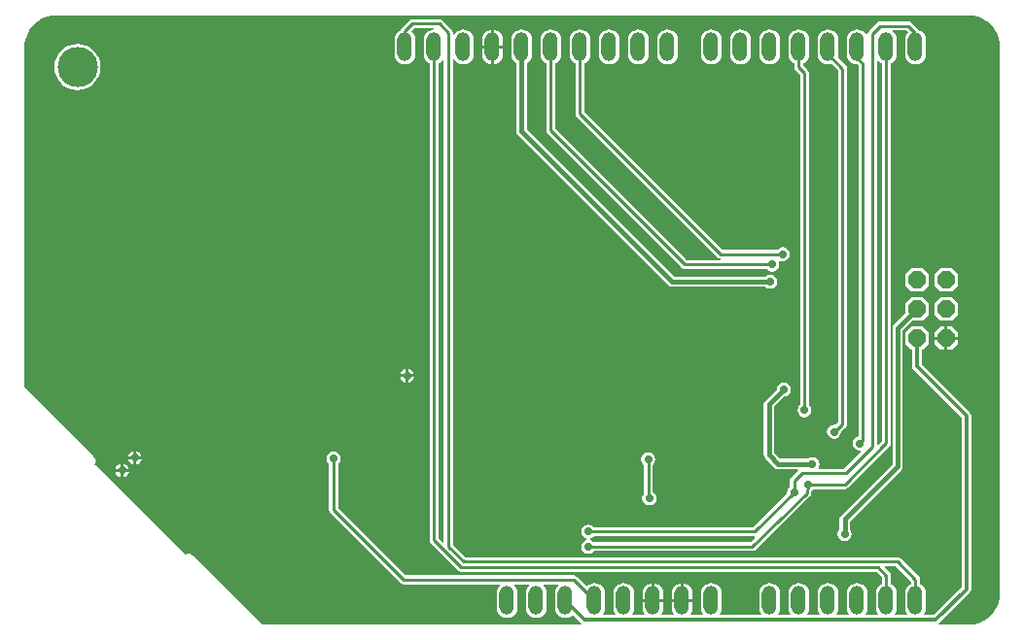
<source format=gbl>
G04 Layer_Physical_Order=2*
G04 Layer_Color=16711680*
%FSLAX24Y24*%
%MOIN*%
G70*
G01*
G75*
%ADD29C,0.0100*%
%ADD30C,0.0150*%
%ADD32C,0.0120*%
%ADD33O,0.0500X0.1000*%
%ADD34P,0.0660X8X292.5*%
%ADD35C,0.1378*%
%ADD36C,0.0276*%
G36*
X14532Y19519D02*
Y2994D01*
X14486Y2974D01*
X14346Y3115D01*
Y19419D01*
X14369Y19429D01*
X14443Y19485D01*
X14482Y19536D01*
X14532Y19519D01*
D02*
G37*
G36*
X30540Y1645D02*
Y1550D01*
X30516Y1540D01*
X30443Y1484D01*
X30387Y1411D01*
X30352Y1326D01*
X30340Y1234D01*
Y734D01*
X30352Y643D01*
X30387Y558D01*
X30407Y532D01*
X30385Y487D01*
X30001D01*
X29979Y532D01*
X29999Y558D01*
X30034Y643D01*
X30046Y734D01*
Y1234D01*
X30034Y1326D01*
X29999Y1411D01*
X29943Y1484D01*
X29869Y1540D01*
X29846Y1550D01*
Y1843D01*
X29834Y1901D01*
X29801Y1951D01*
X29628Y2124D01*
X29647Y2170D01*
X30015D01*
X30540Y1645D01*
D02*
G37*
G36*
X32670Y21055D02*
X32838Y21015D01*
X32998Y20949D01*
X33145Y20859D01*
X33276Y20747D01*
X33388Y20615D01*
X33478Y20468D01*
X33545Y20309D01*
X33585Y20141D01*
X33598Y19973D01*
X33597Y19969D01*
Y1262D01*
X33595Y1252D01*
X33595D01*
X33596Y1251D01*
X33583Y1080D01*
X33543Y912D01*
X33476Y752D01*
X33386Y605D01*
X33274Y474D01*
X33143Y362D01*
X32996Y272D01*
X32836Y205D01*
X32668Y165D01*
X32501Y152D01*
X32496Y153D01*
X31509D01*
X31494Y203D01*
X31503Y209D01*
X32556Y1263D01*
X32592Y1316D01*
X32604Y1378D01*
Y7323D01*
X32592Y7385D01*
X32556Y7438D01*
X30906Y9088D01*
Y9579D01*
X30945D01*
X31148Y9782D01*
Y10187D01*
X30945Y10389D01*
X30540D01*
X30338Y10187D01*
Y9782D01*
X30540Y9579D01*
X30580D01*
Y9021D01*
X30592Y8958D01*
X30628Y8906D01*
X32278Y7255D01*
Y1446D01*
X31320Y487D01*
X31001D01*
X30979Y532D01*
X30999Y558D01*
X31034Y643D01*
X31046Y734D01*
Y1234D01*
X31034Y1326D01*
X30999Y1411D01*
X30943Y1484D01*
X30869Y1540D01*
X30846Y1550D01*
Y1709D01*
X30834Y1767D01*
X30801Y1817D01*
X30187Y2431D01*
X30137Y2464D01*
X30079Y2476D01*
X15267D01*
X14838Y2905D01*
Y19546D01*
X14885Y19557D01*
X14888Y19557D01*
X14943Y19485D01*
X15016Y19429D01*
X15102Y19393D01*
X15193Y19381D01*
X15284Y19393D01*
X15369Y19429D01*
X15443Y19485D01*
X15499Y19558D01*
X15534Y19643D01*
X15546Y19734D01*
Y20234D01*
X15534Y20326D01*
X15499Y20411D01*
X15443Y20484D01*
X15369Y20540D01*
X15284Y20575D01*
X15193Y20587D01*
X15102Y20575D01*
X15016Y20540D01*
X14943Y20484D01*
X14888Y20412D01*
X14885Y20411D01*
X14838Y20423D01*
Y20472D01*
X14826Y20531D01*
X14793Y20581D01*
X14478Y20896D01*
X14429Y20929D01*
X14370Y20940D01*
X13465D01*
X13406Y20929D01*
X13356Y20896D01*
X13085Y20624D01*
X13052Y20574D01*
X13047Y20553D01*
X13016Y20540D01*
X12943Y20484D01*
X12887Y20411D01*
X12852Y20326D01*
X12840Y20234D01*
Y19734D01*
X12852Y19643D01*
X12887Y19558D01*
X12943Y19485D01*
X13016Y19429D01*
X13102Y19393D01*
X13193Y19381D01*
X13284Y19393D01*
X13369Y19429D01*
X13443Y19485D01*
X13499Y19558D01*
X13534Y19643D01*
X13546Y19734D01*
Y20234D01*
X13534Y20326D01*
X13499Y20411D01*
X13443Y20484D01*
X13436Y20489D01*
X13432Y20539D01*
X13528Y20634D01*
X14168D01*
X14172Y20584D01*
X14102Y20575D01*
X14016Y20540D01*
X13943Y20484D01*
X13887Y20411D01*
X13852Y20326D01*
X13840Y20234D01*
Y19734D01*
X13852Y19643D01*
X13887Y19558D01*
X13943Y19485D01*
X14016Y19429D01*
X14040Y19419D01*
Y3051D01*
X14052Y2993D01*
X14085Y2943D01*
X15013Y2015D01*
X15063Y1982D01*
X15121Y1970D01*
X29349D01*
X29540Y1779D01*
Y1550D01*
X29516Y1540D01*
X29443Y1484D01*
X29387Y1411D01*
X29352Y1326D01*
X29340Y1234D01*
Y734D01*
X29352Y643D01*
X29387Y558D01*
X29407Y532D01*
X29385Y487D01*
X29001D01*
X28979Y532D01*
X28999Y558D01*
X29034Y643D01*
X29046Y734D01*
Y1234D01*
X29034Y1326D01*
X28999Y1411D01*
X28943Y1484D01*
X28869Y1540D01*
X28784Y1575D01*
X28693Y1587D01*
X28602Y1575D01*
X28516Y1540D01*
X28443Y1484D01*
X28387Y1411D01*
X28352Y1326D01*
X28340Y1234D01*
Y734D01*
X28352Y643D01*
X28387Y558D01*
X28407Y532D01*
X28385Y487D01*
X28001D01*
X27979Y532D01*
X27999Y558D01*
X28034Y643D01*
X28046Y734D01*
Y1234D01*
X28034Y1326D01*
X27999Y1411D01*
X27943Y1484D01*
X27869Y1540D01*
X27784Y1575D01*
X27693Y1587D01*
X27602Y1575D01*
X27516Y1540D01*
X27443Y1484D01*
X27387Y1411D01*
X27352Y1326D01*
X27340Y1234D01*
Y734D01*
X27352Y643D01*
X27387Y558D01*
X27407Y532D01*
X27385Y487D01*
X27001D01*
X26979Y532D01*
X26999Y558D01*
X27034Y643D01*
X27046Y734D01*
Y1234D01*
X27034Y1326D01*
X26999Y1411D01*
X26943Y1484D01*
X26869Y1540D01*
X26784Y1575D01*
X26693Y1587D01*
X26602Y1575D01*
X26516Y1540D01*
X26443Y1484D01*
X26387Y1411D01*
X26352Y1326D01*
X26340Y1234D01*
Y734D01*
X26352Y643D01*
X26387Y558D01*
X26407Y532D01*
X26385Y487D01*
X26001D01*
X25979Y532D01*
X25999Y558D01*
X26034Y643D01*
X26046Y734D01*
Y1234D01*
X26034Y1326D01*
X25999Y1411D01*
X25943Y1484D01*
X25869Y1540D01*
X25784Y1575D01*
X25693Y1587D01*
X25602Y1575D01*
X25516Y1540D01*
X25443Y1484D01*
X25387Y1411D01*
X25352Y1326D01*
X25340Y1234D01*
Y734D01*
X25352Y643D01*
X25387Y558D01*
X25407Y532D01*
X25385Y487D01*
X24001D01*
X23979Y532D01*
X23999Y558D01*
X24034Y643D01*
X24046Y734D01*
Y1234D01*
X24034Y1326D01*
X23999Y1411D01*
X23943Y1484D01*
X23869Y1540D01*
X23784Y1575D01*
X23693Y1587D01*
X23602Y1575D01*
X23516Y1540D01*
X23443Y1484D01*
X23387Y1411D01*
X23352Y1326D01*
X23340Y1234D01*
Y734D01*
X23352Y643D01*
X23387Y558D01*
X23407Y532D01*
X23385Y487D01*
X23001D01*
X22979Y532D01*
X22999Y558D01*
X23034Y643D01*
X23046Y734D01*
Y934D01*
X22693D01*
X22340D01*
Y734D01*
X22352Y643D01*
X22387Y558D01*
X22407Y532D01*
X22385Y487D01*
X22001D01*
X21979Y532D01*
X21999Y558D01*
X22034Y643D01*
X22046Y734D01*
Y934D01*
X21693D01*
X21340D01*
Y734D01*
X21352Y643D01*
X21387Y558D01*
X21407Y532D01*
X21385Y487D01*
X21001D01*
X20979Y532D01*
X20999Y558D01*
X21034Y643D01*
X21046Y734D01*
Y1234D01*
X21034Y1326D01*
X20999Y1411D01*
X20943Y1484D01*
X20869Y1540D01*
X20784Y1575D01*
X20693Y1587D01*
X20602Y1575D01*
X20516Y1540D01*
X20443Y1484D01*
X20387Y1411D01*
X20352Y1326D01*
X20340Y1234D01*
Y734D01*
X20352Y643D01*
X20387Y558D01*
X20407Y532D01*
X20385Y487D01*
X20001D01*
X19979Y532D01*
X19999Y558D01*
X20034Y643D01*
X20046Y734D01*
Y1234D01*
X20034Y1326D01*
X19999Y1411D01*
X19943Y1484D01*
X19869Y1540D01*
X19784Y1575D01*
X19693Y1587D01*
X19602Y1575D01*
X19516Y1540D01*
X19443Y1484D01*
X19412Y1482D01*
X19092Y1801D01*
X19043Y1834D01*
X18984Y1846D01*
X13213D01*
X10901Y4158D01*
Y5682D01*
X10919Y5695D01*
X10972Y5773D01*
X10990Y5866D01*
X10972Y5959D01*
X10919Y6038D01*
X10841Y6090D01*
X10748Y6109D01*
X10655Y6090D01*
X10577Y6038D01*
X10524Y5959D01*
X10506Y5866D01*
X10524Y5773D01*
X10577Y5695D01*
X10595Y5682D01*
Y4094D01*
X10607Y4036D01*
X10640Y3986D01*
X13041Y1585D01*
X13091Y1552D01*
X13150Y1540D01*
X16439D01*
X16455Y1493D01*
X16443Y1484D01*
X16387Y1411D01*
X16352Y1326D01*
X16340Y1234D01*
Y734D01*
X16352Y643D01*
X16387Y558D01*
X16443Y485D01*
X16516Y429D01*
X16602Y393D01*
X16693Y381D01*
X16784Y393D01*
X16869Y429D01*
X16943Y485D01*
X16999Y558D01*
X17034Y643D01*
X17046Y734D01*
Y1234D01*
X17034Y1326D01*
X16999Y1411D01*
X16943Y1484D01*
X16931Y1493D01*
X16947Y1540D01*
X17439D01*
X17455Y1493D01*
X17443Y1484D01*
X17387Y1411D01*
X17352Y1326D01*
X17340Y1234D01*
Y734D01*
X17352Y643D01*
X17387Y558D01*
X17443Y485D01*
X17516Y429D01*
X17602Y393D01*
X17693Y381D01*
X17784Y393D01*
X17869Y429D01*
X17943Y485D01*
X17999Y558D01*
X18034Y643D01*
X18046Y734D01*
Y1234D01*
X18034Y1326D01*
X17999Y1411D01*
X17943Y1484D01*
X17931Y1493D01*
X17947Y1540D01*
X18439D01*
X18455Y1493D01*
X18443Y1484D01*
X18387Y1411D01*
X18352Y1326D01*
X18340Y1234D01*
Y734D01*
X18352Y643D01*
X18387Y558D01*
X18443Y485D01*
X18516Y429D01*
X18602Y393D01*
X18693Y381D01*
X18784Y393D01*
X18869Y429D01*
X18943Y485D01*
X18961Y486D01*
X19238Y209D01*
X19246Y203D01*
X19231Y153D01*
X8330D01*
X5895Y2550D01*
X5870Y2566D01*
X5846Y2582D01*
X5845Y2582D01*
X5845Y2583D01*
X5816Y2588D01*
X5787Y2594D01*
X5787Y2594D01*
X5786Y2594D01*
X5758Y2588D01*
X5729Y2582D01*
X5728Y2582D01*
X5728Y2582D01*
X5704Y2565D01*
X5679Y2549D01*
X2555Y5673D01*
X2571Y5698D01*
X2588Y5722D01*
X2588Y5722D01*
X2588Y5723D01*
X2594Y5752D01*
X2600Y5780D01*
X2600Y5781D01*
X2600Y5781D01*
X2594Y5810D01*
X2589Y5839D01*
X2588Y5839D01*
X2588Y5840D01*
X2572Y5864D01*
X2556Y5889D01*
X153Y8330D01*
Y19969D01*
X152Y19973D01*
X165Y20141D01*
X205Y20309D01*
X272Y20468D01*
X362Y20615D01*
X474Y20747D01*
X605Y20859D01*
X752Y20949D01*
X912Y21015D01*
X1080Y21055D01*
X1247Y21068D01*
X1252Y21068D01*
X32498D01*
X32503Y21068D01*
X32670Y21055D01*
D02*
G37*
%LPC*%
G36*
X3987Y6113D02*
Y5930D01*
X4170D01*
X4161Y5973D01*
X4108Y6052D01*
X4030Y6104D01*
X3987Y6113D01*
D02*
G37*
G36*
X3887D02*
X3844Y6104D01*
X3766Y6052D01*
X3713Y5973D01*
X3704Y5930D01*
X3887D01*
Y6113D01*
D02*
G37*
G36*
Y5830D02*
X3704D01*
X3713Y5787D01*
X3766Y5709D01*
X3844Y5656D01*
X3887Y5648D01*
Y5830D01*
D02*
G37*
G36*
X4170D02*
X3987D01*
Y5648D01*
X4030Y5656D01*
X4108Y5709D01*
X4161Y5787D01*
X4170Y5830D01*
D02*
G37*
G36*
X27693Y20587D02*
X27602Y20575D01*
X27516Y20540D01*
X27443Y20484D01*
X27387Y20411D01*
X27352Y20326D01*
X27340Y20234D01*
Y19734D01*
X27352Y19643D01*
X27387Y19558D01*
X27443Y19485D01*
X27516Y19429D01*
X27602Y19393D01*
X27693Y19381D01*
X27784Y19393D01*
X27818Y19407D01*
X28043Y19182D01*
Y7098D01*
X27945Y7013D01*
X27907Y7021D01*
X27814Y7002D01*
X27735Y6950D01*
X27683Y6871D01*
X27664Y6778D01*
X27683Y6685D01*
X27735Y6607D01*
X27814Y6554D01*
X27907Y6536D01*
X28000Y6554D01*
X28078Y6607D01*
X28131Y6685D01*
X28149Y6778D01*
X28148Y6785D01*
X28296Y6912D01*
X28299Y6916D01*
X28304Y6920D01*
X28317Y6940D01*
X28332Y6959D01*
X28334Y6965D01*
X28337Y6969D01*
X28342Y6993D01*
X28348Y7017D01*
X28347Y7022D01*
X28349Y7028D01*
Y19245D01*
X28337Y19304D01*
X28304Y19353D01*
X28028Y19629D01*
X28034Y19643D01*
X28046Y19734D01*
Y20234D01*
X28034Y20326D01*
X27999Y20411D01*
X27943Y20484D01*
X27869Y20540D01*
X27784Y20575D01*
X27693Y20587D01*
D02*
G37*
G36*
X13500Y8651D02*
X13318D01*
Y8468D01*
X13361Y8477D01*
X13439Y8529D01*
X13492Y8608D01*
X13500Y8651D01*
D02*
G37*
G36*
X13218Y8933D02*
X13175Y8925D01*
X13096Y8872D01*
X13044Y8794D01*
X13035Y8751D01*
X13218D01*
Y8933D01*
D02*
G37*
G36*
X26693Y20587D02*
X26602Y20575D01*
X26516Y20540D01*
X26443Y20484D01*
X26387Y20411D01*
X26352Y20326D01*
X26340Y20234D01*
Y19734D01*
X26352Y19643D01*
X26387Y19558D01*
X26443Y19485D01*
X26516Y19429D01*
X26540Y19419D01*
Y19291D01*
X26552Y19233D01*
X26585Y19183D01*
X26737Y19031D01*
Y7703D01*
X26718Y7691D01*
X26666Y7612D01*
X26647Y7520D01*
X26666Y7427D01*
X26718Y7348D01*
X26797Y7296D01*
X26890Y7277D01*
X26983Y7296D01*
X27061Y7348D01*
X27114Y7427D01*
X27132Y7520D01*
X27114Y7612D01*
X27061Y7691D01*
X27043Y7703D01*
Y19094D01*
X27031Y19153D01*
X26998Y19203D01*
X26846Y19355D01*
Y19419D01*
X26869Y19429D01*
X26943Y19485D01*
X26999Y19558D01*
X27034Y19643D01*
X27046Y19734D01*
Y20234D01*
X27034Y20326D01*
X26999Y20411D01*
X26943Y20484D01*
X26869Y20540D01*
X26784Y20575D01*
X26693Y20587D01*
D02*
G37*
G36*
X13218Y8651D02*
X13035D01*
X13044Y8608D01*
X13096Y8529D01*
X13175Y8477D01*
X13218Y8468D01*
Y8651D01*
D02*
G37*
G36*
X3554Y5680D02*
Y5497D01*
X3736D01*
X3728Y5540D01*
X3675Y5619D01*
X3597Y5671D01*
X3554Y5680D01*
D02*
G37*
G36*
X21743Y1581D02*
Y1034D01*
X22046D01*
Y1234D01*
X22034Y1326D01*
X21999Y1411D01*
X21943Y1484D01*
X21869Y1540D01*
X21784Y1575D01*
X21743Y1581D01*
D02*
G37*
G36*
X22743D02*
Y1034D01*
X23046D01*
Y1234D01*
X23034Y1326D01*
X22999Y1411D01*
X22943Y1484D01*
X22869Y1540D01*
X22784Y1575D01*
X22743Y1581D01*
D02*
G37*
G36*
X21643D02*
X21602Y1575D01*
X21516Y1540D01*
X21443Y1484D01*
X21387Y1411D01*
X21352Y1326D01*
X21340Y1234D01*
Y1034D01*
X21643D01*
Y1581D01*
D02*
G37*
G36*
X22643D02*
X22602Y1575D01*
X22516Y1540D01*
X22443Y1484D01*
X22387Y1411D01*
X22352Y1326D01*
X22340Y1234D01*
Y1034D01*
X22643D01*
Y1581D01*
D02*
G37*
G36*
X30945Y11389D02*
X30540D01*
X30338Y11187D01*
Y10831D01*
X29953Y10446D01*
X29914Y10388D01*
X29900Y10320D01*
Y5664D01*
X28142Y3906D01*
X28103Y3848D01*
X28089Y3780D01*
Y3429D01*
X28044Y3361D01*
X28025Y3268D01*
X28044Y3175D01*
X28096Y3096D01*
X28175Y3044D01*
X28268Y3025D01*
X28361Y3044D01*
X28439Y3096D01*
X28492Y3175D01*
X28510Y3268D01*
X28492Y3361D01*
X28446Y3429D01*
Y3706D01*
X30205Y5464D01*
X30205Y5464D01*
X30244Y5522D01*
X30257Y5591D01*
Y10246D01*
X30590Y10579D01*
X30945D01*
X31148Y10782D01*
Y11187D01*
X30945Y11389D01*
D02*
G37*
G36*
X3736Y5397D02*
X3554D01*
Y5215D01*
X3597Y5223D01*
X3675Y5276D01*
X3728Y5354D01*
X3736Y5397D01*
D02*
G37*
G36*
X3454Y5680D02*
X3411Y5671D01*
X3332Y5619D01*
X3280Y5540D01*
X3271Y5497D01*
X3454D01*
Y5680D01*
D02*
G37*
G36*
X21535Y6069D02*
X21443Y6051D01*
X21364Y5998D01*
X21311Y5920D01*
X21293Y5827D01*
X21311Y5734D01*
X21364Y5655D01*
X21382Y5643D01*
Y4628D01*
X21351Y4581D01*
X21332Y4488D01*
X21351Y4395D01*
X21403Y4317D01*
X21482Y4264D01*
X21575Y4246D01*
X21668Y4264D01*
X21746Y4317D01*
X21799Y4395D01*
X21817Y4488D01*
X21799Y4581D01*
X21746Y4660D01*
X21688Y4698D01*
Y5643D01*
X21707Y5655D01*
X21759Y5734D01*
X21778Y5827D01*
X21759Y5920D01*
X21707Y5998D01*
X21628Y6051D01*
X21535Y6069D01*
D02*
G37*
G36*
X3454Y5397D02*
X3271D01*
X3280Y5354D01*
X3332Y5276D01*
X3411Y5223D01*
X3454Y5215D01*
Y5397D01*
D02*
G37*
G36*
X13318Y8933D02*
Y8751D01*
X13500D01*
X13492Y8794D01*
X13439Y8872D01*
X13361Y8925D01*
X13318Y8933D01*
D02*
G37*
G36*
X23693Y20587D02*
X23602Y20575D01*
X23516Y20540D01*
X23443Y20484D01*
X23387Y20411D01*
X23352Y20326D01*
X23340Y20234D01*
Y19734D01*
X23352Y19643D01*
X23387Y19558D01*
X23443Y19485D01*
X23516Y19429D01*
X23602Y19393D01*
X23693Y19381D01*
X23784Y19393D01*
X23869Y19429D01*
X23943Y19485D01*
X23999Y19558D01*
X24034Y19643D01*
X24046Y19734D01*
Y20234D01*
X24034Y20326D01*
X23999Y20411D01*
X23943Y20484D01*
X23869Y20540D01*
X23784Y20575D01*
X23693Y20587D01*
D02*
G37*
G36*
X24693D02*
X24602Y20575D01*
X24516Y20540D01*
X24443Y20484D01*
X24387Y20411D01*
X24352Y20326D01*
X24340Y20234D01*
Y19734D01*
X24352Y19643D01*
X24387Y19558D01*
X24443Y19485D01*
X24516Y19429D01*
X24602Y19393D01*
X24693Y19381D01*
X24784Y19393D01*
X24869Y19429D01*
X24943Y19485D01*
X24999Y19558D01*
X25034Y19643D01*
X25046Y19734D01*
Y20234D01*
X25034Y20326D01*
X24999Y20411D01*
X24943Y20484D01*
X24869Y20540D01*
X24784Y20575D01*
X24693Y20587D01*
D02*
G37*
G36*
X22193D02*
X22102Y20575D01*
X22016Y20540D01*
X21943Y20484D01*
X21887Y20411D01*
X21852Y20326D01*
X21840Y20234D01*
Y19734D01*
X21852Y19643D01*
X21887Y19558D01*
X21943Y19485D01*
X22016Y19429D01*
X22102Y19393D01*
X22193Y19381D01*
X22284Y19393D01*
X22369Y19429D01*
X22443Y19485D01*
X22499Y19558D01*
X22534Y19643D01*
X22546Y19734D01*
Y20234D01*
X22534Y20326D01*
X22499Y20411D01*
X22443Y20484D01*
X22369Y20540D01*
X22284Y20575D01*
X22193Y20587D01*
D02*
G37*
G36*
X20193D02*
X20102Y20575D01*
X20016Y20540D01*
X19943Y20484D01*
X19887Y20411D01*
X19852Y20326D01*
X19840Y20234D01*
Y19734D01*
X19852Y19643D01*
X19887Y19558D01*
X19943Y19485D01*
X20016Y19429D01*
X20102Y19393D01*
X20193Y19381D01*
X20284Y19393D01*
X20369Y19429D01*
X20443Y19485D01*
X20499Y19558D01*
X20534Y19643D01*
X20546Y19734D01*
Y20234D01*
X20534Y20326D01*
X20499Y20411D01*
X20443Y20484D01*
X20369Y20540D01*
X20284Y20575D01*
X20193Y20587D01*
D02*
G37*
G36*
X21193D02*
X21102Y20575D01*
X21016Y20540D01*
X20943Y20484D01*
X20887Y20411D01*
X20852Y20326D01*
X20840Y20234D01*
Y19734D01*
X20852Y19643D01*
X20887Y19558D01*
X20943Y19485D01*
X21016Y19429D01*
X21102Y19393D01*
X21193Y19381D01*
X21284Y19393D01*
X21369Y19429D01*
X21443Y19485D01*
X21499Y19558D01*
X21534Y19643D01*
X21546Y19734D01*
Y20234D01*
X21534Y20326D01*
X21499Y20411D01*
X21443Y20484D01*
X21369Y20540D01*
X21284Y20575D01*
X21193Y20587D01*
D02*
G37*
G36*
X25693D02*
X25602Y20575D01*
X25516Y20540D01*
X25443Y20484D01*
X25387Y20411D01*
X25352Y20326D01*
X25340Y20234D01*
Y19734D01*
X25352Y19643D01*
X25387Y19558D01*
X25443Y19485D01*
X25516Y19429D01*
X25602Y19393D01*
X25693Y19381D01*
X25784Y19393D01*
X25869Y19429D01*
X25943Y19485D01*
X25999Y19558D01*
X26034Y19643D01*
X26046Y19734D01*
Y20234D01*
X26034Y20326D01*
X25999Y20411D01*
X25943Y20484D01*
X25869Y20540D01*
X25784Y20575D01*
X25693Y20587D01*
D02*
G37*
G36*
X16243Y20581D02*
Y20034D01*
X16546D01*
Y20234D01*
X16534Y20326D01*
X16499Y20411D01*
X16443Y20484D01*
X16369Y20540D01*
X16284Y20575D01*
X16243Y20581D01*
D02*
G37*
G36*
X30433Y20862D02*
X29488D01*
X29430Y20850D01*
X29380Y20817D01*
X29104Y20541D01*
X29071Y20492D01*
X29060Y20433D01*
Y20394D01*
X29010Y20384D01*
X28999Y20411D01*
X28943Y20484D01*
X28869Y20540D01*
X28784Y20575D01*
X28693Y20587D01*
X28602Y20575D01*
X28516Y20540D01*
X28443Y20484D01*
X28387Y20411D01*
X28352Y20326D01*
X28340Y20234D01*
Y19734D01*
X28352Y19643D01*
X28387Y19558D01*
X28443Y19485D01*
X28516Y19429D01*
X28602Y19393D01*
X28693Y19381D01*
X28708Y19383D01*
X28745Y19346D01*
Y6613D01*
X28687Y6602D01*
X28608Y6549D01*
X28556Y6471D01*
X28537Y6378D01*
X28556Y6285D01*
X28608Y6207D01*
X28687Y6154D01*
X28780Y6136D01*
X28807Y6141D01*
X28831Y6095D01*
X28244Y5507D01*
X27396D01*
X27373Y5551D01*
X27389Y5577D01*
X27408Y5669D01*
X27389Y5762D01*
X27337Y5841D01*
X27258Y5893D01*
X27165Y5912D01*
X27073Y5893D01*
X27004Y5848D01*
X26058D01*
X25848Y6058D01*
Y7643D01*
X26193Y7988D01*
X26274Y8004D01*
X26353Y8057D01*
X26405Y8136D01*
X26424Y8228D01*
X26405Y8321D01*
X26353Y8400D01*
X26274Y8452D01*
X26181Y8471D01*
X26088Y8452D01*
X26010Y8400D01*
X25957Y8321D01*
X25941Y8241D01*
X25543Y7843D01*
X25504Y7785D01*
X25491Y7717D01*
Y5984D01*
X25504Y5916D01*
X25543Y5858D01*
X25858Y5543D01*
X25916Y5504D01*
X25984Y5491D01*
X26661D01*
X26681Y5441D01*
X26427Y5187D01*
X26394Y5137D01*
X26382Y5079D01*
Y4869D01*
X26364Y4856D01*
X26311Y4778D01*
X26293Y4685D01*
X26297Y4664D01*
X25126Y3499D01*
X19672D01*
X19660Y3518D01*
X19581Y3570D01*
X19488Y3589D01*
X19395Y3570D01*
X19317Y3518D01*
X19264Y3439D01*
X19246Y3346D01*
X19264Y3254D01*
X19317Y3175D01*
X19395Y3122D01*
X19428Y3116D01*
Y3065D01*
X19395Y3059D01*
X19317Y3006D01*
X19264Y2927D01*
X19246Y2835D01*
X19264Y2742D01*
X19317Y2663D01*
X19395Y2611D01*
X19488Y2592D01*
X19581Y2611D01*
X19660Y2663D01*
X19672Y2682D01*
X25096D01*
X25125Y2687D01*
X25153Y2693D01*
X25154Y2693D01*
X25155Y2693D01*
X25179Y2710D01*
X25203Y2725D01*
X27074Y4560D01*
X27086Y4577D01*
X27099Y4592D01*
X27102Y4601D01*
X27108Y4609D01*
X27112Y4629D01*
X27119Y4648D01*
X27134Y4759D01*
X27179Y4789D01*
X27192Y4808D01*
X28268D01*
X28326Y4819D01*
X28376Y4852D01*
X29801Y6278D01*
X29834Y6327D01*
X29846Y6386D01*
Y19419D01*
X29869Y19429D01*
X29943Y19485D01*
X29999Y19558D01*
X30034Y19643D01*
X30046Y19734D01*
Y20234D01*
X30034Y20326D01*
X29999Y20411D01*
X29943Y20484D01*
X29914Y20506D01*
X29931Y20556D01*
X30370D01*
X30443Y20483D01*
X30387Y20411D01*
X30352Y20326D01*
X30340Y20234D01*
Y19734D01*
X30352Y19643D01*
X30387Y19558D01*
X30443Y19485D01*
X30516Y19429D01*
X30602Y19393D01*
X30693Y19381D01*
X30784Y19393D01*
X30869Y19429D01*
X30943Y19485D01*
X30999Y19558D01*
X31034Y19643D01*
X31046Y19734D01*
Y20234D01*
X31034Y20326D01*
X30999Y20411D01*
X30943Y20484D01*
X30869Y20540D01*
X30784Y20575D01*
X30783Y20575D01*
X30541Y20817D01*
X30492Y20850D01*
X30433Y20862D01*
D02*
G37*
G36*
X16143Y20581D02*
X16102Y20575D01*
X16016Y20540D01*
X15943Y20484D01*
X15887Y20411D01*
X15852Y20326D01*
X15840Y20234D01*
Y20034D01*
X16143D01*
Y20581D01*
D02*
G37*
G36*
X16546Y19934D02*
X16243D01*
Y19388D01*
X16284Y19393D01*
X16369Y19429D01*
X16443Y19485D01*
X16499Y19558D01*
X16534Y19643D01*
X16546Y19734D01*
Y19934D01*
D02*
G37*
G36*
X16143D02*
X15840D01*
Y19734D01*
X15852Y19643D01*
X15887Y19558D01*
X15943Y19485D01*
X16016Y19429D01*
X16102Y19393D01*
X16143Y19388D01*
Y19934D01*
D02*
G37*
G36*
X32148Y9934D02*
X31793D01*
Y9579D01*
X31945D01*
X32148Y9782D01*
Y9934D01*
D02*
G37*
G36*
X31693D02*
X31338D01*
Y9782D01*
X31540Y9579D01*
X31693D01*
Y9934D01*
D02*
G37*
G36*
X31945Y11389D02*
X31540D01*
X31338Y11187D01*
Y10782D01*
X31540Y10579D01*
X31945D01*
X32148Y10782D01*
Y11187D01*
X31945Y11389D01*
D02*
G37*
G36*
X31693Y10389D02*
X31540D01*
X31338Y10187D01*
Y10034D01*
X31693D01*
Y10389D01*
D02*
G37*
G36*
X31945D02*
X31793D01*
Y10034D01*
X32148D01*
Y10187D01*
X31945Y10389D01*
D02*
G37*
G36*
X19193Y20587D02*
X19102Y20575D01*
X19016Y20540D01*
X18943Y20484D01*
X18887Y20411D01*
X18852Y20326D01*
X18840Y20234D01*
Y19734D01*
X18852Y19643D01*
X18887Y19558D01*
X18943Y19485D01*
X19016Y19429D01*
X19040Y19419D01*
Y17697D01*
X19052Y17638D01*
X19085Y17589D01*
X23908Y12766D01*
X23957Y12733D01*
X24008Y12723D01*
X24003Y12673D01*
X22859D01*
X18346Y17185D01*
Y19419D01*
X18369Y19429D01*
X18443Y19485D01*
X18499Y19558D01*
X18534Y19643D01*
X18546Y19734D01*
Y20234D01*
X18534Y20326D01*
X18499Y20411D01*
X18443Y20484D01*
X18369Y20540D01*
X18284Y20575D01*
X18193Y20587D01*
X18102Y20575D01*
X18016Y20540D01*
X17943Y20484D01*
X17887Y20411D01*
X17852Y20326D01*
X17840Y20234D01*
Y19734D01*
X17852Y19643D01*
X17887Y19558D01*
X17943Y19485D01*
X18016Y19429D01*
X18040Y19419D01*
Y17122D01*
X18052Y17064D01*
X18085Y17014D01*
X22687Y12412D01*
X22737Y12378D01*
X22795Y12367D01*
X25604D01*
X25616Y12348D01*
X25695Y12296D01*
X25787Y12277D01*
X25880Y12296D01*
X25959Y12348D01*
X26011Y12427D01*
X26030Y12520D01*
X26011Y12612D01*
X26008Y12617D01*
X26044Y12653D01*
X26049Y12650D01*
X26142Y12632D01*
X26235Y12650D01*
X26313Y12703D01*
X26366Y12781D01*
X26384Y12874D01*
X26366Y12967D01*
X26313Y13045D01*
X26235Y13098D01*
X26142Y13116D01*
X26049Y13098D01*
X25970Y13045D01*
X25958Y13027D01*
X24079D01*
X19346Y17760D01*
Y19419D01*
X19369Y19429D01*
X19443Y19485D01*
X19499Y19558D01*
X19534Y19643D01*
X19546Y19734D01*
Y20234D01*
X19534Y20326D01*
X19499Y20411D01*
X19443Y20484D01*
X19369Y20540D01*
X19284Y20575D01*
X19193Y20587D01*
D02*
G37*
G36*
X1969Y20084D02*
X1814Y20069D01*
X1665Y20024D01*
X1528Y19951D01*
X1408Y19852D01*
X1309Y19732D01*
X1236Y19595D01*
X1191Y19446D01*
X1176Y19291D01*
X1191Y19137D01*
X1236Y18988D01*
X1309Y18851D01*
X1408Y18731D01*
X1528Y18632D01*
X1665Y18559D01*
X1814Y18514D01*
X1969Y18499D01*
X2123Y18514D01*
X2272Y18559D01*
X2409Y18632D01*
X2529Y18731D01*
X2628Y18851D01*
X2701Y18988D01*
X2746Y19137D01*
X2761Y19291D01*
X2746Y19446D01*
X2701Y19595D01*
X2628Y19732D01*
X2529Y19852D01*
X2409Y19951D01*
X2272Y20024D01*
X2123Y20069D01*
X1969Y20084D01*
D02*
G37*
G36*
X17193Y20587D02*
X17102Y20575D01*
X17016Y20540D01*
X16943Y20484D01*
X16887Y20411D01*
X16852Y20326D01*
X16840Y20234D01*
Y19734D01*
X16852Y19643D01*
X16887Y19558D01*
X16943Y19485D01*
X17014Y19430D01*
Y17098D01*
X17028Y17030D01*
X17067Y16972D01*
X22236Y11803D01*
X22236Y11803D01*
X22294Y11764D01*
X22362Y11751D01*
X25548D01*
X25616Y11705D01*
X25709Y11687D01*
X25801Y11705D01*
X25880Y11758D01*
X25933Y11836D01*
X25951Y11929D01*
X25933Y12022D01*
X25880Y12101D01*
X25801Y12153D01*
X25709Y12172D01*
X25616Y12153D01*
X25548Y12108D01*
X22436D01*
X17371Y17172D01*
Y19430D01*
X17443Y19485D01*
X17499Y19558D01*
X17534Y19643D01*
X17546Y19734D01*
Y20234D01*
X17534Y20326D01*
X17499Y20411D01*
X17443Y20484D01*
X17369Y20540D01*
X17284Y20575D01*
X17193Y20587D01*
D02*
G37*
G36*
X30945Y12389D02*
X30540D01*
X30338Y12187D01*
Y11782D01*
X30540Y11579D01*
X30945D01*
X31148Y11782D01*
Y12187D01*
X30945Y12389D01*
D02*
G37*
G36*
X31945D02*
X31540D01*
X31338Y12187D01*
Y11782D01*
X31540Y11579D01*
X31945D01*
X32148Y11782D01*
Y12187D01*
X31945Y12389D01*
D02*
G37*
%LPD*%
G36*
X25194Y3147D02*
X25195Y3145D01*
X25034Y2988D01*
X19672D01*
X19660Y3006D01*
X19581Y3059D01*
X19549Y3065D01*
Y3116D01*
X19581Y3122D01*
X19660Y3175D01*
X19672Y3194D01*
X25172D01*
X25194Y3147D01*
D02*
G37*
G36*
X29443Y19485D02*
X29516Y19429D01*
X29540Y19419D01*
Y6449D01*
X29412Y6321D01*
X29366Y6340D01*
Y19504D01*
X29416Y19521D01*
X29443Y19485D01*
D02*
G37*
D29*
X19488Y3346D02*
X25190D01*
X26535Y4685D01*
X19488Y2835D02*
X25096D01*
X26967Y4669D01*
X27008Y4961D01*
X21535Y4528D02*
X21575Y4488D01*
X21535Y4528D02*
Y5827D01*
X29693Y6386D02*
Y19984D01*
X26535Y5079D02*
X26811Y5354D01*
X28307D01*
X28268Y4961D02*
X29693Y6386D01*
X27008Y4961D02*
X28268D01*
X30693Y19984D02*
Y20449D01*
X26535Y4685D02*
Y5079D01*
X30433Y20709D02*
X30693Y20449D01*
X29488Y20709D02*
X30433D01*
X27907Y6778D02*
X28196Y7028D01*
X26890Y7520D02*
Y19094D01*
X26693Y19291D02*
X26890Y19094D01*
X26693Y19291D02*
Y19984D01*
X10748Y4094D02*
Y5748D01*
X29693Y984D02*
Y1843D01*
X14193Y3051D02*
Y19984D01*
X13193D02*
Y20516D01*
X13465Y20787D01*
X14685Y2842D02*
X15204Y2323D01*
X13465Y20787D02*
X14370D01*
X14685Y20472D01*
Y2842D02*
Y20472D01*
X15204Y2323D02*
X30079D01*
X30693Y1709D01*
Y984D02*
Y1709D01*
X10748Y4094D02*
X13150Y1693D01*
X18984D01*
X19693Y984D01*
X15121Y2123D02*
X29413D01*
X29693Y1843D01*
X14193Y3051D02*
X15121Y2123D01*
X24016Y12874D02*
X26142D01*
X19193Y17697D02*
X24016Y12874D01*
X19193Y17697D02*
Y19984D01*
X22795Y12520D02*
X25787D01*
X18193Y17122D02*
X22795Y12520D01*
X18193Y17122D02*
Y19984D01*
X28693Y19614D02*
Y19984D01*
X27693Y19748D02*
Y19984D01*
Y19748D02*
X28196Y19245D01*
Y7028D02*
Y19245D01*
X28780Y6378D02*
X28898Y6496D01*
Y19409D01*
X28693Y19614D02*
X28898Y19409D01*
X28307Y5354D02*
X29213Y6260D01*
Y20433D01*
X29488Y20709D01*
D30*
X25669Y7717D02*
X26181Y8228D01*
X25669Y5984D02*
Y7717D01*
Y5984D02*
X25984Y5669D01*
X27165D01*
X22362Y11929D02*
X25709D01*
X17193Y17098D02*
X22362Y11929D01*
X17193Y17098D02*
Y19984D01*
X28268Y3268D02*
Y3780D01*
X30079Y5591D01*
Y10320D01*
X30743Y10984D01*
D32*
X18693Y984D02*
X19353Y324D01*
X31387D01*
X30743Y9021D02*
Y9984D01*
X31387Y324D02*
X32441Y1378D01*
Y7323D01*
X30743Y9021D02*
X32441Y7323D01*
D33*
X30693Y19984D02*
D03*
X29693D02*
D03*
X28693D02*
D03*
X27693D02*
D03*
X26693D02*
D03*
X25693D02*
D03*
X24693D02*
D03*
X23693D02*
D03*
X22193D02*
D03*
X21193D02*
D03*
X20193D02*
D03*
X19193D02*
D03*
X18193D02*
D03*
X17193D02*
D03*
X16193D02*
D03*
X15193D02*
D03*
X14193D02*
D03*
X13193D02*
D03*
X16693Y984D02*
D03*
X17693D02*
D03*
X18693D02*
D03*
X19693D02*
D03*
X20693D02*
D03*
X21693D02*
D03*
X22693D02*
D03*
X23693D02*
D03*
X25693D02*
D03*
X26693D02*
D03*
X27693D02*
D03*
X28693D02*
D03*
X29693D02*
D03*
X30693D02*
D03*
D34*
X30743Y11984D02*
D03*
X31743D02*
D03*
X30743Y10984D02*
D03*
X31743D02*
D03*
X30743Y9984D02*
D03*
X31743D02*
D03*
D35*
X1969Y19291D02*
D03*
D36*
X28780Y6378D02*
D03*
X28268Y3268D02*
D03*
X26535Y4685D02*
D03*
X27008Y4961D02*
D03*
X27165Y5669D02*
D03*
X27907Y6778D02*
D03*
X26890Y7520D02*
D03*
X26181Y8228D02*
D03*
X25709Y11929D02*
D03*
X25787Y12520D02*
D03*
X26142Y12874D02*
D03*
X21575Y4488D02*
D03*
X21535Y5827D02*
D03*
X19488Y2835D02*
D03*
Y3346D02*
D03*
X3504Y5447D02*
D03*
X3937Y5880D02*
D03*
X10748Y5866D02*
D03*
X13268Y8701D02*
D03*
M02*

</source>
